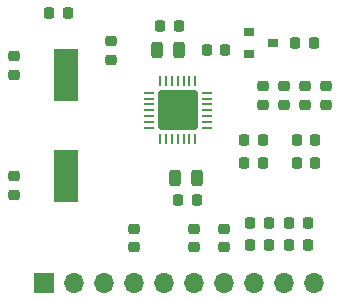
<source format=gts>
%TF.GenerationSoftware,KiCad,Pcbnew,(5.99.0-7696-gc8be87a654)*%
%TF.CreationDate,2020-12-26T21:21:26+10:30*%
%TF.ProjectId,MCP39F521_Breakout,4d435033-3946-4353-9231-5f427265616b,rev?*%
%TF.SameCoordinates,Original*%
%TF.FileFunction,Soldermask,Top*%
%TF.FilePolarity,Negative*%
%FSLAX46Y46*%
G04 Gerber Fmt 4.6, Leading zero omitted, Abs format (unit mm)*
G04 Created by KiCad (PCBNEW (5.99.0-7696-gc8be87a654)) date 2020-12-26 21:21:26*
%MOMM*%
%LPD*%
G01*
G04 APERTURE LIST*
G04 Aperture macros list*
%AMRoundRect*
0 Rectangle with rounded corners*
0 $1 Rounding radius*
0 $2 $3 $4 $5 $6 $7 $8 $9 X,Y pos of 4 corners*
0 Add a 4 corners polygon primitive as box body*
4,1,4,$2,$3,$4,$5,$6,$7,$8,$9,$2,$3,0*
0 Add four circle primitives for the rounded corners*
1,1,$1+$1,$2,$3,0*
1,1,$1+$1,$4,$5,0*
1,1,$1+$1,$6,$7,0*
1,1,$1+$1,$8,$9,0*
0 Add four rect primitives between the rounded corners*
20,1,$1+$1,$2,$3,$4,$5,0*
20,1,$1+$1,$4,$5,$6,$7,0*
20,1,$1+$1,$6,$7,$8,$9,0*
20,1,$1+$1,$8,$9,$2,$3,0*%
G04 Aperture macros list end*
%ADD10RoundRect,0.062500X-0.062500X-0.337500X0.062500X-0.337500X0.062500X0.337500X-0.062500X0.337500X0*%
%ADD11RoundRect,0.062500X-0.337500X-0.062500X0.337500X-0.062500X0.337500X0.062500X-0.337500X0.062500X0*%
%ADD12RoundRect,0.250000X-1.425000X-1.425000X1.425000X-1.425000X1.425000X1.425000X-1.425000X1.425000X0*%
%ADD13RoundRect,0.218750X-0.218750X-0.256250X0.218750X-0.256250X0.218750X0.256250X-0.218750X0.256250X0*%
%ADD14RoundRect,0.218750X0.256250X-0.218750X0.256250X0.218750X-0.256250X0.218750X-0.256250X-0.218750X0*%
%ADD15RoundRect,0.218750X-0.256250X0.218750X-0.256250X-0.218750X0.256250X-0.218750X0.256250X0.218750X0*%
%ADD16RoundRect,0.218750X0.218750X0.256250X-0.218750X0.256250X-0.218750X-0.256250X0.218750X-0.256250X0*%
%ADD17R,2.000000X4.500000*%
%ADD18RoundRect,0.243750X-0.243750X-0.456250X0.243750X-0.456250X0.243750X0.456250X-0.243750X0.456250X0*%
%ADD19R,1.700000X1.700000*%
%ADD20O,1.700000X1.700000*%
%ADD21R,0.900000X0.800000*%
G04 APERTURE END LIST*
D10*
%TO.C,U1*%
X130490000Y-105500000D03*
X130990000Y-105500000D03*
X131490000Y-105500000D03*
X131990000Y-105500000D03*
X132490000Y-105500000D03*
X132990000Y-105500000D03*
X133490000Y-105500000D03*
D11*
X134440000Y-106450000D03*
X134440000Y-106950000D03*
X134440000Y-107450000D03*
X134440000Y-107950000D03*
X134440000Y-108450000D03*
X134440000Y-108950000D03*
X134440000Y-109450000D03*
D10*
X133490000Y-110400000D03*
X132990000Y-110400000D03*
X132490000Y-110400000D03*
X131990000Y-110400000D03*
X131490000Y-110400000D03*
X130990000Y-110400000D03*
X130490000Y-110400000D03*
D11*
X129540000Y-109450000D03*
X129540000Y-108950000D03*
X129540000Y-108450000D03*
X129540000Y-107950000D03*
X129540000Y-107450000D03*
X129540000Y-106950000D03*
X129540000Y-106450000D03*
D12*
X131990000Y-107950000D03*
%TD*%
D13*
%TO.C,R4*%
X142087500Y-112395000D03*
X143662500Y-112395000D03*
%TD*%
%TO.C,R7*%
X141934500Y-102235000D03*
X143509500Y-102235000D03*
%TD*%
D14*
%TO.C,R1*%
X142748000Y-107467500D03*
X142748000Y-105892500D03*
%TD*%
D15*
%TO.C,R5*%
X128270000Y-117957500D03*
X128270000Y-119532500D03*
%TD*%
D13*
%TO.C,R12*%
X138150500Y-119380000D03*
X139725500Y-119380000D03*
%TD*%
%TO.C,C5*%
X132054500Y-115570000D03*
X133629500Y-115570000D03*
%TD*%
D16*
%TO.C,L2*%
X143027500Y-117475000D03*
X141452500Y-117475000D03*
%TD*%
D17*
%TO.C,Y1*%
X122555000Y-113470000D03*
X122555000Y-104970000D03*
%TD*%
D13*
%TO.C,R6*%
X121132500Y-99695000D03*
X122707500Y-99695000D03*
%TD*%
%TO.C,C8*%
X130530500Y-100838000D03*
X132105500Y-100838000D03*
%TD*%
D14*
%TO.C,C2*%
X140970000Y-107467500D03*
X140970000Y-105892500D03*
%TD*%
D16*
%TO.C,C3*%
X139217500Y-110490000D03*
X137642500Y-110490000D03*
%TD*%
D18*
%TO.C,C7*%
X130204500Y-102870000D03*
X132079500Y-102870000D03*
%TD*%
D15*
%TO.C,R9*%
X133350000Y-117957500D03*
X133350000Y-119532500D03*
%TD*%
D19*
%TO.C,J11*%
X120650000Y-122555000D03*
D20*
X123190000Y-122555000D03*
X125730000Y-122555000D03*
X128270000Y-122555000D03*
X130810000Y-122555000D03*
X133350000Y-122555000D03*
X135890000Y-122555000D03*
X138430000Y-122555000D03*
X140970000Y-122555000D03*
X143510000Y-122555000D03*
%TD*%
D13*
%TO.C,R11*%
X141452500Y-119380000D03*
X143027500Y-119380000D03*
%TD*%
D21*
%TO.C,U2*%
X138065000Y-101285000D03*
X138065000Y-103185000D03*
X140065000Y-102235000D03*
%TD*%
D15*
%TO.C,R10*%
X135890000Y-117957500D03*
X135890000Y-119532500D03*
%TD*%
%TO.C,C9*%
X118110000Y-103352500D03*
X118110000Y-104927500D03*
%TD*%
D14*
%TO.C,R2*%
X139192000Y-107467500D03*
X139192000Y-105892500D03*
%TD*%
D18*
%TO.C,C6*%
X131777500Y-113665000D03*
X133652500Y-113665000D03*
%TD*%
D16*
%TO.C,C4*%
X143662500Y-110490000D03*
X142087500Y-110490000D03*
%TD*%
D13*
%TO.C,L1*%
X138124500Y-117475000D03*
X139699500Y-117475000D03*
%TD*%
D14*
%TO.C,C10*%
X118110000Y-115087500D03*
X118110000Y-113512500D03*
%TD*%
%TO.C,C1*%
X144526000Y-107467500D03*
X144526000Y-105892500D03*
%TD*%
D16*
%TO.C,R3*%
X139217500Y-112395000D03*
X137642500Y-112395000D03*
%TD*%
D15*
%TO.C,R8*%
X126365000Y-102082500D03*
X126365000Y-103657500D03*
%TD*%
D16*
%TO.C,C11*%
X136042500Y-102870000D03*
X134467500Y-102870000D03*
%TD*%
M02*

</source>
